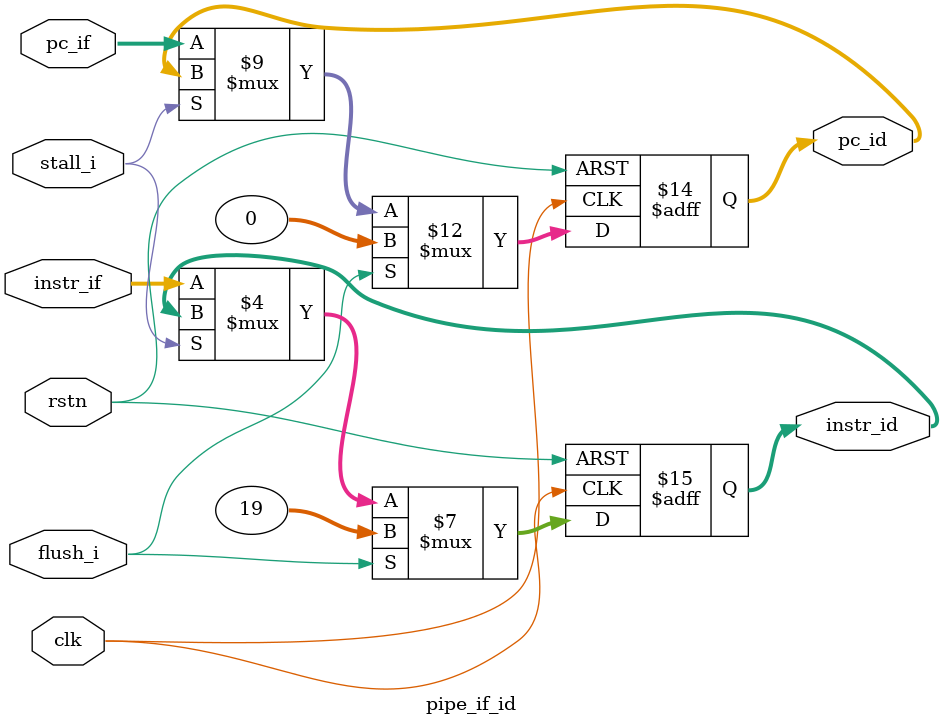
<source format=sv>
`timescale 1ns / 1ps

module pipe_if_id(
    input  logic        clk,
    input  logic        rstn,
    input  logic        flush_i,     
    input logic         stall_i,     
    input  logic [31:0] pc_if,
    input  logic [31:0] instr_if,
    output logic [31:0] pc_id,
    output logic [31:0] instr_id
);

    always_ff @(posedge clk or negedge rstn) begin
        if (!rstn) begin
            pc_id    <= 32'd0;
            instr_id <= 32'h0000_0013;  // NOP
        end else if (flush_i) begin
            pc_id    <= 32'd0;          // zeroing PC for debug purposes
            instr_id <= 32'h0000_0013;  // NOP e.g @ Branch
        end else if (!stall_i) begin     
            pc_id    <= pc_if;
            instr_id <= instr_if;
        end
    end

endmodule

</source>
